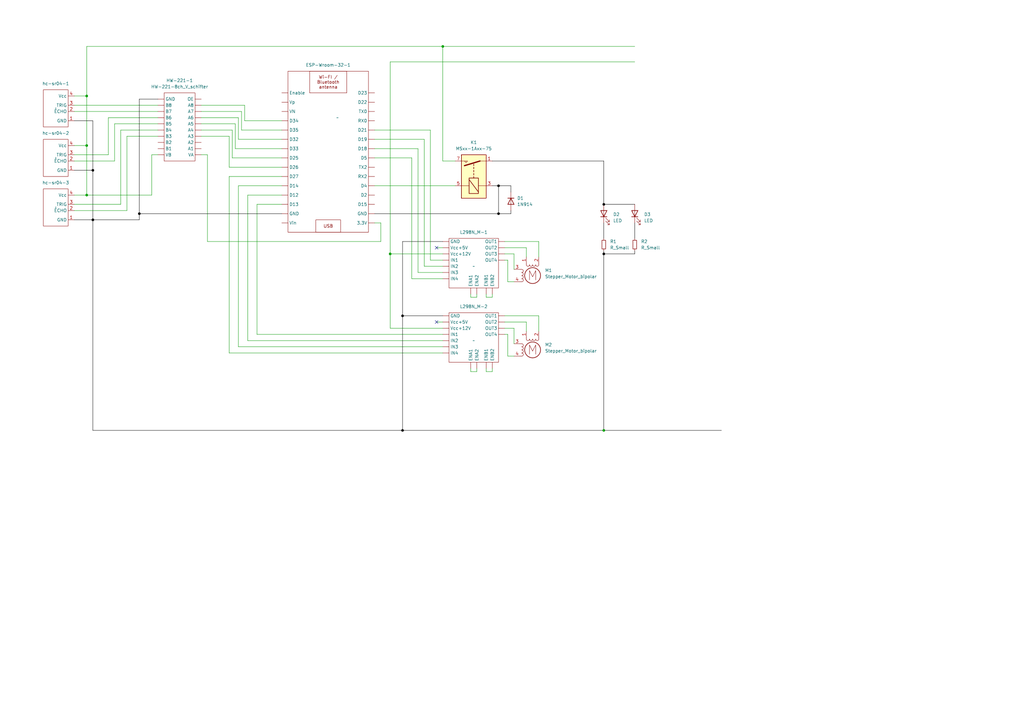
<source format=kicad_sch>
(kicad_sch (version 20230121) (generator eeschema)

  (uuid a64ee574-e6e6-447b-a8b2-146e5c717487)

  (paper "A3")

  (lib_symbols
    (symbol "Biblioteka_do_inz:Board_ESP-Wroom-32" (in_bom yes) (on_board yes)
      (property "Reference" "ESP-Wroom-32-" (at 0 1.27 90)
        (effects (font (size 1.27 1.27)))
      )
      (property "Value" "" (at 3.81 13.97 0)
        (effects (font (size 1.27 1.27)))
      )
      (property "Footprint" "" (at 3.81 13.97 0)
        (effects (font (size 1.27 1.27)) hide)
      )
      (property "Datasheet" "" (at 3.81 13.97 0)
        (effects (font (size 1.27 1.27)) hide)
      )
      (symbol "Board_ESP-Wroom-32_0_1"
        (rectangle (start -16.51 33.02) (end 16.51 -33.02)
          (stroke (width 0) (type default))
          (fill (type none))
        )
      )
      (symbol "Board_ESP-Wroom-32_1_1"
        (text_box "USB"
          (at -5.08 -27.94 0) (size 10.16 -5.08)
          (stroke (width 0) (type default))
          (fill (type none))
          (effects (font (size 1.27 1.27)))
        )
        (text_box "Wi-FI / Bluetooth\nantenna"
          (at -7.62 33.02 0) (size 15.24 -8.89)
          (stroke (width 0) (type default))
          (fill (type none))
          (effects (font (size 1.27 1.27)))
        )
        (pin output line (at 19.05 -29.21 180) (length 2.54)
          (name "3.3V" (effects (font (size 1.27 1.27))))
          (number "" (effects (font (size 1.27 1.27))))
        )
        (pin bidirectional line (at -19.05 -17.78 0) (length 2.54)
          (name "D12" (effects (font (size 1.27 1.27))))
          (number "" (effects (font (size 1.27 1.27))))
        )
        (pin bidirectional line (at -19.05 -21.59 0) (length 2.54)
          (name "D13" (effects (font (size 1.27 1.27))))
          (number "" (effects (font (size 1.27 1.27))))
        )
        (pin bidirectional line (at -19.05 -13.97 0) (length 2.54)
          (name "D14" (effects (font (size 1.27 1.27))))
          (number "" (effects (font (size 1.27 1.27))))
        )
        (pin bidirectional line (at 19.05 -21.59 180) (length 2.54)
          (name "D15" (effects (font (size 1.27 1.27))))
          (number "" (effects (font (size 1.27 1.27))))
        )
        (pin bidirectional line (at 19.05 1.27 180) (length 2.54)
          (name "D18" (effects (font (size 1.27 1.27))))
          (number "" (effects (font (size 1.27 1.27))))
        )
        (pin bidirectional line (at 19.05 5.08 180) (length 2.54)
          (name "D19" (effects (font (size 1.27 1.27))))
          (number "" (effects (font (size 1.27 1.27))))
        )
        (pin bidirectional line (at 19.05 -17.78 180) (length 2.54)
          (name "D2" (effects (font (size 1.27 1.27))))
          (number "" (effects (font (size 1.27 1.27))))
        )
        (pin bidirectional line (at 19.05 8.89 180) (length 2.54)
          (name "D21" (effects (font (size 1.27 1.27))))
          (number "" (effects (font (size 1.27 1.27))))
        )
        (pin bidirectional line (at 19.05 20.32 180) (length 2.54)
          (name "D22" (effects (font (size 1.27 1.27))))
          (number "" (effects (font (size 1.27 1.27))))
        )
        (pin bidirectional line (at 19.05 24.13 180) (length 2.54)
          (name "D23" (effects (font (size 1.27 1.27))))
          (number "" (effects (font (size 1.27 1.27))))
        )
        (pin bidirectional line (at -19.05 -2.54 0) (length 2.54)
          (name "D25" (effects (font (size 1.27 1.27))))
          (number "" (effects (font (size 1.27 1.27))))
        )
        (pin bidirectional line (at -19.05 -6.35 0) (length 2.54)
          (name "D26" (effects (font (size 1.27 1.27))))
          (number "" (effects (font (size 1.27 1.27))))
        )
        (pin bidirectional line (at -19.05 -10.16 0) (length 2.54)
          (name "D27" (effects (font (size 1.27 1.27))))
          (number "" (effects (font (size 1.27 1.27))))
        )
        (pin bidirectional line (at -19.05 5.08 0) (length 2.54)
          (name "D32" (effects (font (size 1.27 1.27))))
          (number "" (effects (font (size 1.27 1.27))))
        )
        (pin bidirectional line (at -19.05 1.27 0) (length 2.54)
          (name "D33" (effects (font (size 1.27 1.27))))
          (number "" (effects (font (size 1.27 1.27))))
        )
        (pin bidirectional line (at -19.05 12.7 0) (length 2.54)
          (name "D34" (effects (font (size 1.27 1.27))))
          (number "" (effects (font (size 1.27 1.27))))
        )
        (pin bidirectional line (at -19.05 8.89 0) (length 2.54)
          (name "D35" (effects (font (size 1.27 1.27))))
          (number "" (effects (font (size 1.27 1.27))))
        )
        (pin bidirectional line (at 19.05 -13.97 180) (length 2.54)
          (name "D4" (effects (font (size 1.27 1.27))))
          (number "" (effects (font (size 1.27 1.27))))
        )
        (pin bidirectional line (at 19.05 -2.54 180) (length 2.54)
          (name "D5" (effects (font (size 1.27 1.27))))
          (number "" (effects (font (size 1.27 1.27))))
        )
        (pin input line (at -19.05 24.13 0) (length 2.54)
          (name "Enable" (effects (font (size 1.27 1.27))))
          (number "" (effects (font (size 1.27 1.27))))
        )
        (pin power_in line (at -19.05 -25.4 0) (length 2.54)
          (name "GND" (effects (font (size 1.27 1.27))))
          (number "" (effects (font (size 1.27 1.27))))
        )
        (pin power_in line (at 19.05 -25.4 180) (length 2.54)
          (name "GND" (effects (font (size 1.27 1.27))))
          (number "" (effects (font (size 1.27 1.27))))
        )
        (pin bidirectional line (at 19.05 12.7 180) (length 2.54)
          (name "RX0" (effects (font (size 1.27 1.27))))
          (number "" (effects (font (size 1.27 1.27))))
        )
        (pin bidirectional line (at 19.05 -10.16 180) (length 2.54)
          (name "RX2" (effects (font (size 1.27 1.27))))
          (number "" (effects (font (size 1.27 1.27))))
        )
        (pin bidirectional line (at 19.05 16.51 180) (length 2.54)
          (name "TX0" (effects (font (size 1.27 1.27))))
          (number "" (effects (font (size 1.27 1.27))))
        )
        (pin bidirectional line (at 19.05 -6.35 180) (length 2.54)
          (name "TX2" (effects (font (size 1.27 1.27))))
          (number "" (effects (font (size 1.27 1.27))))
        )
        (pin bidirectional line (at -19.05 16.51 0) (length 2.54)
          (name "VN" (effects (font (size 1.27 1.27))))
          (number "" (effects (font (size 1.27 1.27))))
        )
        (pin power_in line (at -19.05 -29.21 0) (length 2.54)
          (name "Vin" (effects (font (size 1.27 1.27))))
          (number "" (effects (font (size 1.27 1.27))))
        )
        (pin bidirectional line (at -19.05 20.32 0) (length 2.54)
          (name "Vp" (effects (font (size 1.27 1.27))))
          (number "" (effects (font (size 1.27 1.27))))
        )
      )
    )
    (symbol "Biblioteka_do_inz:HC-SR04_sensor" (in_bom yes) (on_board yes)
      (property "Reference" "hc-sr04-" (at 0 2.54 0)
        (effects (font (size 1.27 1.27)))
      )
      (property "Value" "" (at 0 0 0)
        (effects (font (size 1.27 1.27)))
      )
      (property "Footprint" "" (at 0 0 0)
        (effects (font (size 1.27 1.27)) hide)
      )
      (property "Datasheet" "" (at 0 0 0)
        (effects (font (size 1.27 1.27)) hide)
      )
      (symbol "HC-SR04_sensor_0_1"
        (rectangle (start -7.62 5.08) (end 7.62 -5.08)
          (stroke (width 0) (type default))
          (fill (type none))
        )
      )
      (symbol "HC-SR04_sensor_1_1"
        (pin power_in line (at -5.08 -7.62 90) (length 2.54)
          (name "GND" (effects (font (size 1.27 1.27))))
          (number "1" (effects (font (size 1.27 1.27))))
        )
        (pin output line (at -1.27 -7.62 90) (length 2.54)
          (name "ECHO" (effects (font (size 1.27 1.27))))
          (number "2" (effects (font (size 1.27 1.27))))
        )
        (pin input line (at 1.27 -7.62 90) (length 2.54)
          (name "TRIG" (effects (font (size 1.27 1.27))))
          (number "3" (effects (font (size 1.27 1.27))))
        )
        (pin power_in line (at 5.08 -7.62 90) (length 2.54)
          (name "Vcc" (effects (font (size 1.27 1.27))))
          (number "4" (effects (font (size 1.27 1.27))))
        )
      )
    )
    (symbol "Biblioteka_do_inz:HW-221-8ch_V_schifter" (in_bom yes) (on_board yes)
      (property "Reference" "HW-221-" (at 0 15.24 0)
        (effects (font (size 1.27 1.27)))
      )
      (property "Value" "HW-221-8ch_V_schifter" (at 0 0 90)
        (effects (font (size 1.27 1.27)))
      )
      (property "Footprint" "" (at 0 -2.54 0)
        (effects (font (size 1.27 1.27)) hide)
      )
      (property "Datasheet" "" (at 0 -2.54 0)
        (effects (font (size 1.27 1.27)) hide)
      )
      (symbol "HW-221-8ch_V_schifter_0_1"
        (rectangle (start -6.35 13.97) (end 6.35 -13.97)
          (stroke (width 0) (type default))
          (fill (type none))
        )
      )
      (symbol "HW-221-8ch_V_schifter_1_1"
        (pin bidirectional line (at -8.89 8.89 0) (length 2.54)
          (name "A1" (effects (font (size 1.27 1.27))))
          (number "" (effects (font (size 1.27 1.27))))
        )
        (pin bidirectional line (at -8.89 6.35 0) (length 2.54)
          (name "A2" (effects (font (size 1.27 1.27))))
          (number "" (effects (font (size 1.27 1.27))))
        )
        (pin bidirectional line (at -8.89 3.81 0) (length 2.54)
          (name "A3" (effects (font (size 1.27 1.27))))
          (number "" (effects (font (size 1.27 1.27))))
        )
        (pin bidirectional line (at -8.89 1.27 0) (length 2.54)
          (name "A4" (effects (font (size 1.27 1.27))))
          (number "" (effects (font (size 1.27 1.27))))
        )
        (pin bidirectional line (at -8.89 -1.27 0) (length 2.54)
          (name "A5" (effects (font (size 1.27 1.27))))
          (number "" (effects (font (size 1.27 1.27))))
        )
        (pin bidirectional line (at -8.89 -3.81 0) (length 2.54)
          (name "A6" (effects (font (size 1.27 1.27))))
          (number "" (effects (font (size 1.27 1.27))))
        )
        (pin bidirectional line (at -8.89 -6.35 0) (length 2.54)
          (name "A7" (effects (font (size 1.27 1.27))))
          (number "" (effects (font (size 1.27 1.27))))
        )
        (pin bidirectional line (at -8.89 -8.89 0) (length 2.54)
          (name "A8" (effects (font (size 1.27 1.27))))
          (number "" (effects (font (size 1.27 1.27))))
        )
        (pin bidirectional line (at 8.89 8.89 180) (length 2.54)
          (name "B1" (effects (font (size 1.27 1.27))))
          (number "" (effects (font (size 1.27 1.27))))
        )
        (pin bidirectional line (at 8.89 6.35 180) (length 2.54)
          (name "B2" (effects (font (size 1.27 1.27))))
          (number "" (effects (font (size 1.27 1.27))))
        )
        (pin bidirectional line (at 8.89 3.81 180) (length 2.54)
          (name "B3" (effects (font (size 1.27 1.27))))
          (number "" (effects (font (size 1.27 1.27))))
        )
        (pin bidirectional line (at 8.89 1.27 180) (length 2.54)
          (name "B4" (effects (font (size 1.27 1.27))))
          (number "" (effects (font (size 1.27 1.27))))
        )
        (pin bidirectional line (at 8.89 -1.27 180) (length 2.54)
          (name "B5" (effects (font (size 1.27 1.27))))
          (number "" (effects (font (size 1.27 1.27))))
        )
        (pin bidirectional line (at 8.89 -3.81 180) (length 2.54)
          (name "B6" (effects (font (size 1.27 1.27))))
          (number "" (effects (font (size 1.27 1.27))))
        )
        (pin bidirectional line (at 8.89 -6.35 180) (length 2.54)
          (name "B7" (effects (font (size 1.27 1.27))))
          (number "" (effects (font (size 1.27 1.27))))
        )
        (pin bidirectional line (at 8.89 -8.89 180) (length 2.54)
          (name "B8" (effects (font (size 1.27 1.27))))
          (number "" (effects (font (size 1.27 1.27))))
        )
        (pin bidirectional line (at 8.89 -11.43 180) (length 2.54)
          (name "GND" (effects (font (size 1.27 1.27))))
          (number "" (effects (font (size 1.27 1.27))))
        )
        (pin bidirectional line (at -8.89 -11.43 0) (length 2.54)
          (name "OE" (effects (font (size 1.27 1.27))))
          (number "" (effects (font (size 1.27 1.27))))
        )
        (pin bidirectional line (at -8.89 11.43 0) (length 2.54)
          (name "VA" (effects (font (size 1.27 1.27))))
          (number "" (effects (font (size 1.27 1.27))))
        )
        (pin bidirectional line (at 8.89 11.43 180) (length 2.54)
          (name "VB" (effects (font (size 1.27 1.27))))
          (number "" (effects (font (size 1.27 1.27))))
        )
      )
    )
    (symbol "Biblioteka_do_inz:L298N_MD_Module" (in_bom yes) (on_board yes)
      (property "Reference" "L298N_M-" (at 0 12.7 0)
        (effects (font (size 1.27 1.27)))
      )
      (property "Value" "" (at 0 0 0)
        (effects (font (size 1.27 1.27)))
      )
      (property "Footprint" "" (at 0 0 0)
        (effects (font (size 1.27 1.27)) hide)
      )
      (property "Datasheet" "" (at 0 0 0)
        (effects (font (size 1.27 1.27)) hide)
      )
      (symbol "L298N_MD_Module_0_1"
        (rectangle (start -10.16 11.43) (end 10.16 -8.89)
          (stroke (width 0) (type default))
          (fill (type none))
        )
      )
      (symbol "L298N_MD_Module_1_1"
        (pin input line (at -1.27 -11.43 90) (length 2.54)
          (name "ENA1" (effects (font (size 1.27 1.27))))
          (number "" (effects (font (size 1.27 1.27))))
        )
        (pin input line (at 1.27 -11.43 90) (length 2.54)
          (name "ENA2" (effects (font (size 1.27 1.27))))
          (number "" (effects (font (size 1.27 1.27))))
        )
        (pin input line (at 5.08 -11.43 90) (length 2.54)
          (name "ENB1" (effects (font (size 1.27 1.27))))
          (number "" (effects (font (size 1.27 1.27))))
        )
        (pin input line (at 7.62 -11.43 90) (length 2.54)
          (name "ENB2" (effects (font (size 1.27 1.27))))
          (number "" (effects (font (size 1.27 1.27))))
        )
        (pin power_in line (at -12.7 10.16 0) (length 2.54)
          (name "GND" (effects (font (size 1.27 1.27))))
          (number "" (effects (font (size 1.27 1.27))))
        )
        (pin input line (at -12.7 2.54 0) (length 2.54)
          (name "IN1" (effects (font (size 1.27 1.27))))
          (number "" (effects (font (size 1.27 1.27))))
        )
        (pin input line (at -12.7 0 0) (length 2.54)
          (name "IN2" (effects (font (size 1.27 1.27))))
          (number "" (effects (font (size 1.27 1.27))))
        )
        (pin input line (at -12.7 -2.54 0) (length 2.54)
          (name "IN3" (effects (font (size 1.27 1.27))))
          (number "" (effects (font (size 1.27 1.27))))
        )
        (pin input line (at -12.7 -5.08 0) (length 2.54)
          (name "IN4" (effects (font (size 1.27 1.27))))
          (number "" (effects (font (size 1.27 1.27))))
        )
        (pin output line (at 12.7 10.16 180) (length 2.54)
          (name "OUT1" (effects (font (size 1.27 1.27))))
          (number "" (effects (font (size 1.27 1.27))))
        )
        (pin output line (at 12.7 7.62 180) (length 2.54)
          (name "OUT2" (effects (font (size 1.27 1.27))))
          (number "" (effects (font (size 1.27 1.27))))
        )
        (pin output line (at 12.7 5.08 180) (length 2.54)
          (name "OUT3" (effects (font (size 1.27 1.27))))
          (number "" (effects (font (size 1.27 1.27))))
        )
        (pin output line (at 12.7 2.54 180) (length 2.54)
          (name "OUT4" (effects (font (size 1.27 1.27))))
          (number "" (effects (font (size 1.27 1.27))))
        )
        (pin power_in line (at -12.7 5.08 0) (length 2.54)
          (name "Vcc+12V" (effects (font (size 1.27 1.27))))
          (number "" (effects (font (size 1.27 1.27))))
        )
        (pin power_in line (at -12.7 7.62 0) (length 2.54)
          (name "Vcc+5V" (effects (font (size 1.27 1.27))))
          (number "" (effects (font (size 1.27 1.27))))
        )
      )
    )
    (symbol "Device:LED" (pin_numbers hide) (pin_names (offset 1.016) hide) (in_bom yes) (on_board yes)
      (property "Reference" "D" (at 0 2.54 0)
        (effects (font (size 1.27 1.27)))
      )
      (property "Value" "LED" (at 0 -2.54 0)
        (effects (font (size 1.27 1.27)))
      )
      (property "Footprint" "" (at 0 0 0)
        (effects (font (size 1.27 1.27)) hide)
      )
      (property "Datasheet" "~" (at 0 0 0)
        (effects (font (size 1.27 1.27)) hide)
      )
      (property "ki_keywords" "LED diode" (at 0 0 0)
        (effects (font (size 1.27 1.27)) hide)
      )
      (property "ki_description" "Light emitting diode" (at 0 0 0)
        (effects (font (size 1.27 1.27)) hide)
      )
      (property "ki_fp_filters" "LED* LED_SMD:* LED_THT:*" (at 0 0 0)
        (effects (font (size 1.27 1.27)) hide)
      )
      (symbol "LED_0_1"
        (polyline
          (pts
            (xy -1.27 -1.27)
            (xy -1.27 1.27)
          )
          (stroke (width 0.254) (type default))
          (fill (type none))
        )
        (polyline
          (pts
            (xy -1.27 0)
            (xy 1.27 0)
          )
          (stroke (width 0) (type default))
          (fill (type none))
        )
        (polyline
          (pts
            (xy 1.27 -1.27)
            (xy 1.27 1.27)
            (xy -1.27 0)
            (xy 1.27 -1.27)
          )
          (stroke (width 0.254) (type default))
          (fill (type none))
        )
        (polyline
          (pts
            (xy -3.048 -0.762)
            (xy -4.572 -2.286)
            (xy -3.81 -2.286)
            (xy -4.572 -2.286)
            (xy -4.572 -1.524)
          )
          (stroke (width 0) (type default))
          (fill (type none))
        )
        (polyline
          (pts
            (xy -1.778 -0.762)
            (xy -3.302 -2.286)
            (xy -2.54 -2.286)
            (xy -3.302 -2.286)
            (xy -3.302 -1.524)
          )
          (stroke (width 0) (type default))
          (fill (type none))
        )
      )
      (symbol "LED_1_1"
        (pin passive line (at -3.81 0 0) (length 2.54)
          (name "K" (effects (font (size 1.27 1.27))))
          (number "1" (effects (font (size 1.27 1.27))))
        )
        (pin passive line (at 3.81 0 180) (length 2.54)
          (name "A" (effects (font (size 1.27 1.27))))
          (number "2" (effects (font (size 1.27 1.27))))
        )
      )
    )
    (symbol "Device:R_Small" (pin_numbers hide) (pin_names (offset 0.254) hide) (in_bom yes) (on_board yes)
      (property "Reference" "R" (at 0.762 0.508 0)
        (effects (font (size 1.27 1.27)) (justify left))
      )
      (property "Value" "R_Small" (at 0.762 -1.016 0)
        (effects (font (size 1.27 1.27)) (justify left))
      )
      (property "Footprint" "" (at 0 0 0)
        (effects (font (size 1.27 1.27)) hide)
      )
      (property "Datasheet" "~" (at 0 0 0)
        (effects (font (size 1.27 1.27)) hide)
      )
      (property "ki_keywords" "R resistor" (at 0 0 0)
        (effects (font (size 1.27 1.27)) hide)
      )
      (property "ki_description" "Resistor, small symbol" (at 0 0 0)
        (effects (font (size 1.27 1.27)) hide)
      )
      (property "ki_fp_filters" "R_*" (at 0 0 0)
        (effects (font (size 1.27 1.27)) hide)
      )
      (symbol "R_Small_0_1"
        (rectangle (start -0.762 1.778) (end 0.762 -1.778)
          (stroke (width 0.2032) (type default))
          (fill (type none))
        )
      )
      (symbol "R_Small_1_1"
        (pin passive line (at 0 2.54 270) (length 0.762)
          (name "~" (effects (font (size 1.27 1.27))))
          (number "1" (effects (font (size 1.27 1.27))))
        )
        (pin passive line (at 0 -2.54 90) (length 0.762)
          (name "~" (effects (font (size 1.27 1.27))))
          (number "2" (effects (font (size 1.27 1.27))))
        )
      )
    )
    (symbol "Diode:1N914" (pin_numbers hide) (pin_names hide) (in_bom yes) (on_board yes)
      (property "Reference" "D" (at 0 2.54 0)
        (effects (font (size 1.27 1.27)))
      )
      (property "Value" "1N914" (at 0 -2.54 0)
        (effects (font (size 1.27 1.27)))
      )
      (property "Footprint" "Diode_THT:D_DO-35_SOD27_P7.62mm_Horizontal" (at 0 -4.445 0)
        (effects (font (size 1.27 1.27)) hide)
      )
      (property "Datasheet" "http://www.vishay.com/docs/85622/1n914.pdf" (at 0 0 0)
        (effects (font (size 1.27 1.27)) hide)
      )
      (property "Sim.Device" "D" (at 0 0 0)
        (effects (font (size 1.27 1.27)) hide)
      )
      (property "Sim.Pins" "1=K 2=A" (at 0 0 0)
        (effects (font (size 1.27 1.27)) hide)
      )
      (property "ki_keywords" "diode" (at 0 0 0)
        (effects (font (size 1.27 1.27)) hide)
      )
      (property "ki_description" "100V 0.3A Small Signal Fast Switching Diode, DO-35" (at 0 0 0)
        (effects (font (size 1.27 1.27)) hide)
      )
      (property "ki_fp_filters" "D*DO?35*" (at 0 0 0)
        (effects (font (size 1.27 1.27)) hide)
      )
      (symbol "1N914_0_1"
        (polyline
          (pts
            (xy -1.27 1.27)
            (xy -1.27 -1.27)
          )
          (stroke (width 0.254) (type default))
          (fill (type none))
        )
        (polyline
          (pts
            (xy 1.27 0)
            (xy -1.27 0)
          )
          (stroke (width 0) (type default))
          (fill (type none))
        )
        (polyline
          (pts
            (xy 1.27 1.27)
            (xy 1.27 -1.27)
            (xy -1.27 0)
            (xy 1.27 1.27)
          )
          (stroke (width 0.254) (type default))
          (fill (type none))
        )
      )
      (symbol "1N914_1_1"
        (pin passive line (at -3.81 0 0) (length 2.54)
          (name "K" (effects (font (size 1.27 1.27))))
          (number "1" (effects (font (size 1.27 1.27))))
        )
        (pin passive line (at 3.81 0 180) (length 2.54)
          (name "A" (effects (font (size 1.27 1.27))))
          (number "2" (effects (font (size 1.27 1.27))))
        )
      )
    )
    (symbol "Motor:Stepper_Motor_bipolar" (pin_names (offset 0) hide) (in_bom yes) (on_board yes)
      (property "Reference" "M" (at 3.81 2.54 0)
        (effects (font (size 1.27 1.27)) (justify left))
      )
      (property "Value" "Stepper_Motor_bipolar" (at 3.81 1.27 0)
        (effects (font (size 1.27 1.27)) (justify left top))
      )
      (property "Footprint" "" (at 0.254 -0.254 0)
        (effects (font (size 1.27 1.27)) hide)
      )
      (property "Datasheet" "http://www.infineon.com/dgdl/Application-Note-TLE8110EE_driving_UniPolarStepperMotor_V1.1.pdf?fileId=db3a30431be39b97011be5d0aa0a00b0" (at 0.254 -0.254 0)
        (effects (font (size 1.27 1.27)) hide)
      )
      (property "ki_keywords" "bipolar stepper motor" (at 0 0 0)
        (effects (font (size 1.27 1.27)) hide)
      )
      (property "ki_description" "4-wire bipolar stepper motor" (at 0 0 0)
        (effects (font (size 1.27 1.27)) hide)
      )
      (property "ki_fp_filters" "PinHeader*P2.54mm*Vertical* TerminalBlock* Motor*" (at 0 0 0)
        (effects (font (size 1.27 1.27)) hide)
      )
      (symbol "Stepper_Motor_bipolar_0_0"
        (polyline
          (pts
            (xy -1.27 -1.778)
            (xy -1.27 2.032)
            (xy 0 -0.508)
            (xy 1.27 2.032)
            (xy 1.27 -1.778)
          )
          (stroke (width 0) (type default))
          (fill (type none))
        )
      )
      (symbol "Stepper_Motor_bipolar_0_1"
        (arc (start -4.445 -2.54) (mid -3.8127 -1.905) (end -4.445 -1.27)
          (stroke (width 0) (type default))
          (fill (type none))
        )
        (arc (start -4.445 -1.27) (mid -3.8127 -0.635) (end -4.445 0)
          (stroke (width 0) (type default))
          (fill (type none))
        )
        (arc (start -4.445 0) (mid -3.8127 0.635) (end -4.445 1.27)
          (stroke (width 0) (type default))
          (fill (type none))
        )
        (arc (start -4.445 1.27) (mid -3.8127 1.905) (end -4.445 2.54)
          (stroke (width 0) (type default))
          (fill (type none))
        )
        (arc (start -2.54 4.445) (mid -1.905 3.8127) (end -1.27 4.445)
          (stroke (width 0) (type default))
          (fill (type none))
        )
        (arc (start -1.27 4.445) (mid -0.635 3.8127) (end 0 4.445)
          (stroke (width 0) (type default))
          (fill (type none))
        )
        (polyline
          (pts
            (xy -5.08 -2.54)
            (xy -4.445 -2.54)
          )
          (stroke (width 0) (type default))
          (fill (type none))
        )
        (polyline
          (pts
            (xy -5.08 2.54)
            (xy -4.445 2.54)
          )
          (stroke (width 0) (type default))
          (fill (type none))
        )
        (polyline
          (pts
            (xy -2.54 5.08)
            (xy -2.54 4.445)
          )
          (stroke (width 0) (type default))
          (fill (type none))
        )
        (polyline
          (pts
            (xy 2.54 5.08)
            (xy 2.54 4.445)
          )
          (stroke (width 0) (type default))
          (fill (type none))
        )
        (circle (center 0 0) (radius 3.2512)
          (stroke (width 0.254) (type default))
          (fill (type none))
        )
        (arc (start 0 4.445) (mid 0.635 3.8127) (end 1.27 4.445)
          (stroke (width 0) (type default))
          (fill (type none))
        )
        (arc (start 1.27 4.445) (mid 1.905 3.8127) (end 2.54 4.445)
          (stroke (width 0) (type default))
          (fill (type none))
        )
      )
      (symbol "Stepper_Motor_bipolar_1_1"
        (pin passive line (at -2.54 7.62 270) (length 2.54)
          (name "~" (effects (font (size 1.27 1.27))))
          (number "1" (effects (font (size 1.27 1.27))))
        )
        (pin passive line (at 2.54 7.62 270) (length 2.54)
          (name "-" (effects (font (size 1.27 1.27))))
          (number "2" (effects (font (size 1.27 1.27))))
        )
        (pin passive line (at -7.62 2.54 0) (length 2.54)
          (name "~" (effects (font (size 1.27 1.27))))
          (number "3" (effects (font (size 1.27 1.27))))
        )
        (pin passive line (at -7.62 -2.54 0) (length 2.54)
          (name "~" (effects (font (size 1.27 1.27))))
          (number "4" (effects (font (size 1.27 1.27))))
        )
      )
    )
    (symbol "Relay:MSxx-1Axx-75" (in_bom yes) (on_board yes)
      (property "Reference" "K" (at 8.89 3.81 0)
        (effects (font (size 1.27 1.27)) (justify left))
      )
      (property "Value" "MSxx-1Axx-75" (at 8.89 1.27 0)
        (effects (font (size 1.27 1.27)) (justify left))
      )
      (property "Footprint" "Relay_THT:Relay_SPST_StandexMeder_MS_Form1AB" (at 8.89 -1.27 0)
        (effects (font (size 1.27 1.27)) (justify left) hide)
      )
      (property "Datasheet" "https://standexelectronics.com/wp-content/uploads/datasheets/42/4205187975e.pdf" (at 0 0 0)
        (effects (font (size 1.27 1.27)) hide)
      )
      (property "ki_keywords" "Single Pole Reed Relay SPST" (at 0 0 0)
        (effects (font (size 1.27 1.27)) hide)
      )
      (property "ki_description" "Standex Meder MS reed relay, SPST, Closing Contact" (at 0 0 0)
        (effects (font (size 1.27 1.27)) hide)
      )
      (property "ki_fp_filters" "Relay*SPST*StandexMeder*MS*Form1AB*" (at 0 0 0)
        (effects (font (size 1.27 1.27)) hide)
      )
      (symbol "MSxx-1Axx-75_0_0"
        (polyline
          (pts
            (xy 5.08 5.08)
            (xy 5.08 2.54)
            (xy 4.445 3.175)
            (xy 5.08 3.81)
          )
          (stroke (width 0) (type default))
          (fill (type none))
        )
      )
      (symbol "MSxx-1Axx-75_0_1"
        (rectangle (start -10.16 5.08) (end 7.62 -5.08)
          (stroke (width 0.254) (type default))
          (fill (type background))
        )
        (rectangle (start -8.255 1.905) (end -1.905 -1.905)
          (stroke (width 0.254) (type default))
          (fill (type none))
        )
        (polyline
          (pts
            (xy -7.62 -1.905)
            (xy -2.54 1.905)
          )
          (stroke (width 0.254) (type default))
          (fill (type none))
        )
        (polyline
          (pts
            (xy -5.08 -5.08)
            (xy -5.08 -1.905)
          )
          (stroke (width 0) (type default))
          (fill (type none))
        )
        (polyline
          (pts
            (xy -5.08 5.08)
            (xy -5.08 1.905)
          )
          (stroke (width 0) (type default))
          (fill (type none))
        )
        (polyline
          (pts
            (xy -1.905 0)
            (xy -1.27 0)
          )
          (stroke (width 0.254) (type default))
          (fill (type none))
        )
        (polyline
          (pts
            (xy -0.635 0)
            (xy 0 0)
          )
          (stroke (width 0.254) (type default))
          (fill (type none))
        )
        (polyline
          (pts
            (xy 0.635 0)
            (xy 1.27 0)
          )
          (stroke (width 0.254) (type default))
          (fill (type none))
        )
        (polyline
          (pts
            (xy 1.905 0)
            (xy 2.54 0)
          )
          (stroke (width 0.254) (type default))
          (fill (type none))
        )
        (polyline
          (pts
            (xy 3.175 0)
            (xy 3.81 0)
          )
          (stroke (width 0.254) (type default))
          (fill (type none))
        )
        (polyline
          (pts
            (xy 5.08 -2.54)
            (xy 3.175 3.81)
          )
          (stroke (width 0.508) (type default))
          (fill (type none))
        )
        (polyline
          (pts
            (xy 5.08 -2.54)
            (xy 5.08 -5.08)
          )
          (stroke (width 0) (type default))
          (fill (type none))
        )
      )
      (symbol "MSxx-1Axx-75_1_1"
        (pin passive line (at 5.08 -7.62 90) (length 2.54)
          (name "~" (effects (font (size 1.27 1.27))))
          (number "1" (effects (font (size 1.27 1.27))))
        )
        (pin passive line (at -5.08 -7.62 90) (length 2.54)
          (name "~" (effects (font (size 1.27 1.27))))
          (number "3" (effects (font (size 1.27 1.27))))
        )
        (pin passive line (at -5.08 7.62 270) (length 2.54)
          (name "~" (effects (font (size 1.27 1.27))))
          (number "5" (effects (font (size 1.27 1.27))))
        )
        (pin passive line (at 5.08 7.62 270) (length 2.54)
          (name "~" (effects (font (size 1.27 1.27))))
          (number "7" (effects (font (size 1.27 1.27))))
        )
      )
    )
  )

  (junction (at 35.56 59.69) (diameter 0) (color 0 0 0 0)
    (uuid 034c5a14-ee23-41e1-bc82-da78989389e2)
  )
  (junction (at 204.47 87.63) (diameter 0) (color 0 0 0 1)
    (uuid 0fdfca1a-05f8-415c-a3ce-b4b8414669d0)
  )
  (junction (at 160.02 104.14) (diameter 0) (color 0 0 0 0)
    (uuid 1d233807-06fb-4160-9459-1882d81c9ad0)
  )
  (junction (at 57.15 87.63) (diameter 0) (color 0 0 0 1)
    (uuid 273a87ae-4e1a-4bb3-afba-cabc063bbfd2)
  )
  (junction (at 247.65 83.82) (diameter 0) (color 0 0 0 1)
    (uuid 273acbb2-d884-4e50-9c90-1f7899b51dab)
  )
  (junction (at 247.65 176.53) (diameter 0) (color 0 0 0 0)
    (uuid 37ceaf6d-d240-478b-84f1-dfc427a84ca0)
  )
  (junction (at 181.61 19.05) (diameter 0) (color 0 0 0 0)
    (uuid 59b26a11-85cc-48b3-929d-5762ed961606)
  )
  (junction (at 35.56 80.01) (diameter 0) (color 0 0 0 0)
    (uuid a6c3f6ca-6c5f-4260-ae5b-de5e119abf40)
  )
  (junction (at 204.47 76.2) (diameter 0) (color 0 0 0 1)
    (uuid ae923b05-f4a5-4b16-92c3-c023640b143c)
  )
  (junction (at 165.1 176.53) (diameter 0) (color 0 0 0 1)
    (uuid bbcdd91e-66b6-4964-81fe-a4f9d649b9de)
  )
  (junction (at 38.1 90.17) (diameter 0) (color 0 0 0 1)
    (uuid ce3a1b73-b018-4191-b48b-67836c99c6ed)
  )
  (junction (at 38.1 69.85) (diameter 0) (color 0 0 0 1)
    (uuid d819c24d-9890-4937-a872-ade5962602a8)
  )
  (junction (at 165.1 129.54) (diameter 0) (color 0 0 0 1)
    (uuid e54717e0-2ed8-4671-8a4c-a300ecc94184)
  )
  (junction (at 35.56 39.37) (diameter 0) (color 0 0 0 0)
    (uuid e5a018cb-b519-416e-9cb1-a0fefa3c1837)
  )
  (junction (at 247.65 104.14) (diameter 0) (color 0 0 0 1)
    (uuid e87ce8df-23e2-44b5-822a-b61cc8c25ba2)
  )

  (no_connect (at 179.07 101.6) (uuid 4f40b361-bc5b-4533-bff0-1782ff5cf8dd))
  (no_connect (at 179.07 132.08) (uuid 616db1b1-b146-403d-b6de-f0da16f58cf4))

  (wire (pts (xy 215.9 132.08) (xy 215.9 135.89))
    (stroke (width 0) (type default))
    (uuid 009257f6-f4c8-4d00-9dd0-e8739ba3f00a)
  )
  (wire (pts (xy 176.53 106.68) (xy 176.53 53.34))
    (stroke (width 0) (type default))
    (uuid 00ac808c-0ca1-4539-8ad8-876e7b58e4db)
  )
  (wire (pts (xy 209.55 87.63) (xy 204.47 87.63))
    (stroke (width 0) (type default) (color 0 0 0 1))
    (uuid 0149b356-2ca6-49ac-b258-112d108fb096)
  )
  (wire (pts (xy 30.48 90.17) (xy 38.1 90.17))
    (stroke (width 0) (type default) (color 0 0 0 1))
    (uuid 03284e6d-928b-41ad-99d4-5df25a3170eb)
  )
  (wire (pts (xy 176.53 53.34) (xy 153.67 53.34))
    (stroke (width 0) (type default))
    (uuid 032a96e1-6fd2-43bf-8537-3f2220828f20)
  )
  (wire (pts (xy 153.67 91.44) (xy 156.21 91.44))
    (stroke (width 0) (type default))
    (uuid 03ad4f18-08c2-4d53-9ccb-7fa23eefd94c)
  )
  (wire (pts (xy 165.1 176.53) (xy 247.65 176.53))
    (stroke (width 0) (type default) (color 0 0 0 1))
    (uuid 041cd9e1-06be-4150-a0f8-2d90ee2a6886)
  )
  (wire (pts (xy 160.02 25.4) (xy 260.35 25.4))
    (stroke (width 0) (type default))
    (uuid 05487600-2e14-405c-99fc-54717e5e0f0c)
  )
  (wire (pts (xy 105.41 83.82) (xy 105.41 137.16))
    (stroke (width 0) (type default))
    (uuid 08b0b459-03ea-4823-9fda-8a306afee8a2)
  )
  (wire (pts (xy 44.45 48.26) (xy 64.77 48.26))
    (stroke (width 0) (type default))
    (uuid 0c15aee5-cab6-4035-a951-06dd494b638f)
  )
  (wire (pts (xy 35.56 39.37) (xy 35.56 59.69))
    (stroke (width 0) (type default))
    (uuid 0ecb2ed0-6e33-4e6e-9107-f994481e5f50)
  )
  (wire (pts (xy 49.53 83.82) (xy 49.53 53.34))
    (stroke (width 0) (type default))
    (uuid 0f45fdf5-a89e-476d-b752-73274c956701)
  )
  (wire (pts (xy 165.1 129.54) (xy 165.1 176.53))
    (stroke (width 0) (type default) (color 0 0 0 1))
    (uuid 0fd700cb-2f5f-4937-8e8f-b673232a92ce)
  )
  (wire (pts (xy 30.48 49.53) (xy 38.1 49.53))
    (stroke (width 0) (type default) (color 0 0 0 1))
    (uuid 1172a1c8-2259-4473-a6af-9d219d3002aa)
  )
  (wire (pts (xy 115.57 60.96) (xy 96.52 60.96))
    (stroke (width 0) (type default))
    (uuid 13554ec1-c38a-4404-9d72-6eafb0f62b0b)
  )
  (wire (pts (xy 46.99 50.8) (xy 64.77 50.8))
    (stroke (width 0) (type default))
    (uuid 14169d38-3492-4f47-937a-3f38c43d18a0)
  )
  (wire (pts (xy 181.61 99.06) (xy 165.1 99.06))
    (stroke (width 0) (type default) (color 0 0 0 1))
    (uuid 1543df72-a675-40ee-9fde-61113e0fbcdb)
  )
  (wire (pts (xy 247.65 176.53) (xy 295.91 176.53))
    (stroke (width 0) (type default) (color 0 0 0 1))
    (uuid 17f35320-4d98-400a-904c-32df4fac7be2)
  )
  (wire (pts (xy 171.45 111.76) (xy 171.45 60.96))
    (stroke (width 0) (type default))
    (uuid 1bd9c678-35ac-4bdc-a200-cdb0e2f92200)
  )
  (wire (pts (xy 115.57 83.82) (xy 105.41 83.82))
    (stroke (width 0) (type default))
    (uuid 1d29d4b2-d2c3-419d-bf23-f9c2558baf5d)
  )
  (wire (pts (xy 204.47 76.2) (xy 204.47 87.63))
    (stroke (width 0) (type default) (color 0 0 0 1))
    (uuid 212932b5-8406-4696-8d35-fcae2442f1a7)
  )
  (wire (pts (xy 38.1 69.85) (xy 38.1 90.17))
    (stroke (width 0) (type default) (color 0 0 0 1))
    (uuid 2b76359e-2097-4b8c-8b5a-1eaa4313d55e)
  )
  (wire (pts (xy 210.82 104.14) (xy 210.82 110.49))
    (stroke (width 0) (type default))
    (uuid 2cd6bf16-9c9e-46c4-a193-ec925bf30aa2)
  )
  (wire (pts (xy 209.55 76.2) (xy 204.47 76.2))
    (stroke (width 0) (type default) (color 0 0 0 1))
    (uuid 2d490d2b-4edb-4def-bb3e-736acfec6622)
  )
  (wire (pts (xy 160.02 134.62) (xy 181.61 134.62))
    (stroke (width 0) (type default))
    (uuid 379fc497-5422-4796-b4ea-26fd3d99ff47)
  )
  (wire (pts (xy 85.09 99.06) (xy 85.09 63.5))
    (stroke (width 0) (type default))
    (uuid 39f2f910-4117-491c-8818-567d2f4748f8)
  )
  (wire (pts (xy 207.01 137.16) (xy 208.28 137.16))
    (stroke (width 0) (type default))
    (uuid 3c11abd3-6824-4a49-8aa8-c11d273c734e)
  )
  (wire (pts (xy 156.21 91.44) (xy 156.21 99.06))
    (stroke (width 0) (type default))
    (uuid 3c45b735-2e10-4a4f-8b61-1cddeb1558b8)
  )
  (wire (pts (xy 247.65 104.14) (xy 247.65 102.87))
    (stroke (width 0) (type default) (color 0 0 0 1))
    (uuid 3d5de5ba-6827-4538-8b8e-e2511122f307)
  )
  (wire (pts (xy 181.61 106.68) (xy 176.53 106.68))
    (stroke (width 0) (type default))
    (uuid 41c63e0e-308c-49bf-bf74-b481e28262c4)
  )
  (wire (pts (xy 207.01 99.06) (xy 220.98 99.06))
    (stroke (width 0) (type default))
    (uuid 4272cfff-a745-4d58-88e2-06053312c5f9)
  )
  (wire (pts (xy 204.47 87.63) (xy 153.67 87.63))
    (stroke (width 0) (type default) (color 0 0 0 1))
    (uuid 42999b65-a2d0-408e-9826-5c3360a4292a)
  )
  (wire (pts (xy 64.77 63.5) (xy 62.23 63.5))
    (stroke (width 0) (type default))
    (uuid 42b29446-1818-421d-9f62-e30cf1978efc)
  )
  (wire (pts (xy 82.55 48.26) (xy 97.79 48.26))
    (stroke (width 0) (type default))
    (uuid 443a32e1-d6f1-462c-b9fa-b6ce1cc5e660)
  )
  (wire (pts (xy 193.04 152.4) (xy 193.04 151.13))
    (stroke (width 0) (type default))
    (uuid 4453f83c-285e-43a6-9101-da93ebb0dfaf)
  )
  (wire (pts (xy 57.15 40.64) (xy 57.15 87.63))
    (stroke (width 0) (type default) (color 0 0 0 1))
    (uuid 44daead5-b636-414c-83e2-b35a3d7e4f07)
  )
  (wire (pts (xy 153.67 64.77) (xy 168.91 64.77))
    (stroke (width 0) (type default))
    (uuid 46a205e2-8249-4113-9a24-125b8a0cc519)
  )
  (wire (pts (xy 52.07 55.88) (xy 64.77 55.88))
    (stroke (width 0) (type default))
    (uuid 470effb6-2283-450a-abbd-c683c7b6f3f5)
  )
  (wire (pts (xy 35.56 19.05) (xy 181.61 19.05))
    (stroke (width 0) (type default))
    (uuid 48dad961-0237-4dd2-b559-4b25d004246d)
  )
  (wire (pts (xy 46.99 66.04) (xy 46.99 50.8))
    (stroke (width 0) (type default))
    (uuid 4923d55e-5ee2-4641-be5b-d9cb04764669)
  )
  (wire (pts (xy 193.04 121.92) (xy 193.04 120.65))
    (stroke (width 0) (type default))
    (uuid 4d3fca0b-3ec3-4ca1-8346-c92f66ee6d5a)
  )
  (wire (pts (xy 57.15 90.17) (xy 38.1 90.17))
    (stroke (width 0) (type default) (color 0 0 0 1))
    (uuid 4db5c35e-8224-4c7b-adaa-a96151743caa)
  )
  (wire (pts (xy 181.61 104.14) (xy 160.02 104.14))
    (stroke (width 0) (type default))
    (uuid 518de9a2-40f7-4030-8f98-14aa5d081db2)
  )
  (wire (pts (xy 181.61 66.04) (xy 181.61 19.05))
    (stroke (width 0) (type default))
    (uuid 52328a10-5924-41d7-9a36-358dbfe69cf4)
  )
  (wire (pts (xy 95.25 53.34) (xy 95.25 64.77))
    (stroke (width 0) (type default))
    (uuid 54b2aea9-e24a-4b42-b208-1ddd80d64e68)
  )
  (wire (pts (xy 44.45 63.5) (xy 44.45 48.26))
    (stroke (width 0) (type default))
    (uuid 5866af23-1034-4979-be44-5faef6dee176)
  )
  (wire (pts (xy 195.58 152.4) (xy 195.58 151.13))
    (stroke (width 0) (type default))
    (uuid 59be55b6-b3a7-416e-b947-b58f41513d7f)
  )
  (wire (pts (xy 199.39 121.92) (xy 201.93 121.92))
    (stroke (width 0) (type default))
    (uuid 5b85ce64-9f65-45e2-95b5-3786c55b80bf)
  )
  (wire (pts (xy 209.55 78.74) (xy 209.55 76.2))
    (stroke (width 0) (type default) (color 0 0 0 1))
    (uuid 5f4ead01-5684-4918-beed-834aedf3a363)
  )
  (wire (pts (xy 153.67 76.2) (xy 186.69 76.2))
    (stroke (width 0) (type default))
    (uuid 602c44fc-9fc8-4c54-ba48-5ed2a80ea143)
  )
  (wire (pts (xy 82.55 53.34) (xy 95.25 53.34))
    (stroke (width 0) (type default))
    (uuid 6432d03b-0f91-4e1a-8497-129ba677761a)
  )
  (wire (pts (xy 201.93 152.4) (xy 201.93 151.13))
    (stroke (width 0) (type default))
    (uuid 678459f1-884f-49f5-9076-064bc72b085e)
  )
  (wire (pts (xy 35.56 19.05) (xy 35.56 39.37))
    (stroke (width 0) (type default))
    (uuid 68e4e09e-c6a9-4b92-9eef-c2121c852cb4)
  )
  (wire (pts (xy 115.57 72.39) (xy 93.98 72.39))
    (stroke (width 0) (type default))
    (uuid 69dd5d83-40fe-490f-ae92-48fff13c58e4)
  )
  (wire (pts (xy 201.93 76.2) (xy 204.47 76.2))
    (stroke (width 0) (type default) (color 0 0 0 1))
    (uuid 6a251254-f549-408c-a616-fd98a9459cb1)
  )
  (wire (pts (xy 201.93 66.04) (xy 247.65 66.04))
    (stroke (width 0) (type default) (color 0 0 0 1))
    (uuid 6bea45be-7627-4e76-b2f1-71e4533f5692)
  )
  (wire (pts (xy 82.55 50.8) (xy 96.52 50.8))
    (stroke (width 0) (type default))
    (uuid 6fa8d6aa-bcb1-41f7-9c4a-8fe26364c97e)
  )
  (wire (pts (xy 210.82 115.57) (xy 208.28 115.57))
    (stroke (width 0) (type default))
    (uuid 70e8bac1-a3da-444f-a12f-6ab2e3761548)
  )
  (wire (pts (xy 179.07 101.6) (xy 181.61 101.6))
    (stroke (width 0) (type default))
    (uuid 7337a3a6-ad5c-4d29-910b-abc55f687bb0)
  )
  (wire (pts (xy 208.28 146.05) (xy 210.82 146.05))
    (stroke (width 0) (type default))
    (uuid 7354643c-9b09-4b64-ae9c-958c4f3df89c)
  )
  (wire (pts (xy 100.33 43.18) (xy 100.33 49.53))
    (stroke (width 0) (type default))
    (uuid 73b3fa0a-6a63-47da-9a20-2766e1cd2bec)
  )
  (wire (pts (xy 181.61 19.05) (xy 260.35 19.05))
    (stroke (width 0) (type default))
    (uuid 73f8487c-cf8c-43d5-b154-1b5f7e80d60d)
  )
  (wire (pts (xy 247.65 83.82) (xy 260.35 83.82))
    (stroke (width 0) (type default) (color 0 0 0 1))
    (uuid 743b28cd-4a2d-4339-8ce6-fcd16695e107)
  )
  (wire (pts (xy 35.56 59.69) (xy 35.56 80.01))
    (stroke (width 0) (type default))
    (uuid 7499480d-601c-4783-b733-e1dfe104fa1e)
  )
  (wire (pts (xy 201.93 121.92) (xy 201.93 120.65))
    (stroke (width 0) (type default))
    (uuid 7533cc54-4361-481d-901d-5d8e6339936d)
  )
  (wire (pts (xy 171.45 60.96) (xy 153.67 60.96))
    (stroke (width 0) (type default))
    (uuid 77fed41a-3b7e-4bc0-8ed1-429a75417c9d)
  )
  (wire (pts (xy 207.01 132.08) (xy 215.9 132.08))
    (stroke (width 0) (type default))
    (uuid 7c7e9e3a-75b2-4ef4-92e4-ccadc613c9a1)
  )
  (wire (pts (xy 38.1 176.53) (xy 165.1 176.53))
    (stroke (width 0) (type default) (color 0 0 0 1))
    (uuid 7c8b73ab-177a-454b-ae24-29fd493d01ab)
  )
  (wire (pts (xy 99.06 53.34) (xy 99.06 45.72))
    (stroke (width 0) (type default))
    (uuid 7caff95e-254b-4e1d-8ab5-2a23674ea46b)
  )
  (wire (pts (xy 199.39 152.4) (xy 199.39 151.13))
    (stroke (width 0) (type default))
    (uuid 7d06e324-52b3-447e-a397-9787b0cfe9a7)
  )
  (wire (pts (xy 93.98 72.39) (xy 93.98 144.78))
    (stroke (width 0) (type default))
    (uuid 7d5853e3-ad5d-4d0c-970e-39d504db8aba)
  )
  (wire (pts (xy 247.65 104.14) (xy 247.65 176.53))
    (stroke (width 0) (type default) (color 0 0 0 1))
    (uuid 7f037a83-153e-4428-8d8e-a970805d824f)
  )
  (wire (pts (xy 181.61 109.22) (xy 173.99 109.22))
    (stroke (width 0) (type default))
    (uuid 81be0274-11e7-481c-8e57-3f2ca3fd3db0)
  )
  (wire (pts (xy 210.82 134.62) (xy 207.01 134.62))
    (stroke (width 0) (type default))
    (uuid 823e932e-da99-49ae-b9a1-b31601f9fe64)
  )
  (wire (pts (xy 96.52 60.96) (xy 96.52 50.8))
    (stroke (width 0) (type default))
    (uuid 85d1e3fc-ff87-4f7b-98ff-a5fa34477323)
  )
  (wire (pts (xy 195.58 121.92) (xy 195.58 120.65))
    (stroke (width 0) (type default))
    (uuid 8683eab4-c7f9-4a3e-809d-97422d184d3e)
  )
  (wire (pts (xy 93.98 144.78) (xy 181.61 144.78))
    (stroke (width 0) (type default))
    (uuid 8b73345c-6f4e-4b81-a4ea-395e97e1cff3)
  )
  (wire (pts (xy 247.65 91.44) (xy 247.65 97.79))
    (stroke (width 0) (type default) (color 0 0 0 1))
    (uuid 8e9b9c48-8e87-4c00-9d13-b4b41c9e2044)
  )
  (wire (pts (xy 115.57 80.01) (xy 101.6 80.01))
    (stroke (width 0) (type default))
    (uuid 8f7024f8-ad38-42e5-9db0-327c9b2dbb8d)
  )
  (wire (pts (xy 168.91 114.3) (xy 181.61 114.3))
    (stroke (width 0) (type default))
    (uuid 90c7c53d-c669-4a30-b0ef-6b7dacc9f854)
  )
  (wire (pts (xy 260.35 104.14) (xy 260.35 102.87))
    (stroke (width 0) (type default) (color 0 0 0 1))
    (uuid 9200d594-981b-4b55-b93e-6e05561f7641)
  )
  (wire (pts (xy 165.1 99.06) (xy 165.1 129.54))
    (stroke (width 0) (type default) (color 0 0 0 1))
    (uuid 93c1ae85-3ef9-4bc1-9be0-ac57081d9051)
  )
  (wire (pts (xy 160.02 104.14) (xy 160.02 25.4))
    (stroke (width 0) (type default))
    (uuid 94fc92e9-725b-42e1-84e6-2d51cffb7c5c)
  )
  (wire (pts (xy 82.55 43.18) (xy 100.33 43.18))
    (stroke (width 0) (type default))
    (uuid 97d64b41-2791-400f-b8e0-78ede2bc11dd)
  )
  (wire (pts (xy 97.79 48.26) (xy 97.79 57.15))
    (stroke (width 0) (type default))
    (uuid 995b1273-0843-4cdc-a729-32b13f314a7a)
  )
  (wire (pts (xy 62.23 63.5) (xy 62.23 80.01))
    (stroke (width 0) (type default))
    (uuid 9aca53e0-87cd-45fa-b259-8e50599370b8)
  )
  (wire (pts (xy 30.48 69.85) (xy 38.1 69.85))
    (stroke (width 0) (type default) (color 0 0 0 1))
    (uuid 9b1ecc85-1e53-4276-9773-f6cc0f14b809)
  )
  (wire (pts (xy 38.1 49.53) (xy 38.1 69.85))
    (stroke (width 0) (type default) (color 0 0 0 1))
    (uuid 9be3a273-0a49-4fa8-b392-e32a758c708d)
  )
  (wire (pts (xy 173.99 109.22) (xy 173.99 57.15))
    (stroke (width 0) (type default))
    (uuid 9c3e39cb-2df9-4d0c-876e-912350e731e9)
  )
  (wire (pts (xy 210.82 140.97) (xy 210.82 134.62))
    (stroke (width 0) (type default))
    (uuid 9c7ca81c-06d9-4c76-8c78-588caab54f61)
  )
  (wire (pts (xy 57.15 87.63) (xy 57.15 90.17))
    (stroke (width 0) (type default) (color 0 0 0 1))
    (uuid 9cc8076e-282f-4120-bcaf-294b9436a96a)
  )
  (wire (pts (xy 207.01 104.14) (xy 210.82 104.14))
    (stroke (width 0) (type default))
    (uuid 9e6b64a1-68a1-4dce-9032-a36a8bd0d2a4)
  )
  (wire (pts (xy 208.28 106.68) (xy 207.01 106.68))
    (stroke (width 0) (type default))
    (uuid 9ece6e3d-4fa4-4dc0-aa8b-9a66dafef82b)
  )
  (wire (pts (xy 57.15 87.63) (xy 115.57 87.63))
    (stroke (width 0) (type default) (color 0 0 0 1))
    (uuid 9ee34c7c-9439-4d56-bc2e-323a96f6486d)
  )
  (wire (pts (xy 260.35 91.44) (xy 260.35 97.79))
    (stroke (width 0) (type default) (color 0 0 0 1))
    (uuid a0eeefd2-db9e-4b2b-8690-c3d9798da61e)
  )
  (wire (pts (xy 156.21 99.06) (xy 85.09 99.06))
    (stroke (width 0) (type default))
    (uuid a1101cb5-3f75-49de-97e7-d9cd8c8604fd)
  )
  (wire (pts (xy 30.48 86.36) (xy 52.07 86.36))
    (stroke (width 0) (type default))
    (uuid a310a8fc-298f-44a2-a950-f0531a4e21e0)
  )
  (wire (pts (xy 85.09 63.5) (xy 82.55 63.5))
    (stroke (width 0) (type default))
    (uuid a4d256be-e2ff-4231-b0d9-e4c613e390a9)
  )
  (wire (pts (xy 115.57 68.58) (xy 93.98 68.58))
    (stroke (width 0) (type default))
    (uuid a5979ea1-d2d0-4ed8-b336-ee42522cea15)
  )
  (wire (pts (xy 64.77 40.64) (xy 57.15 40.64))
    (stroke (width 0) (type default) (color 0 0 0 1))
    (uuid a5e1cea0-2b0c-4daa-b7f2-bd11ec3f3e98)
  )
  (wire (pts (xy 105.41 137.16) (xy 181.61 137.16))
    (stroke (width 0) (type default))
    (uuid a75d17c3-25da-4059-8632-b4884a482209)
  )
  (wire (pts (xy 38.1 90.17) (xy 38.1 176.53))
    (stroke (width 0) (type default) (color 0 0 0 1))
    (uuid aa13009a-09e7-4246-a11a-33376141e280)
  )
  (wire (pts (xy 209.55 86.36) (xy 209.55 87.63))
    (stroke (width 0) (type default) (color 0 0 0 1))
    (uuid aa31c711-fc0f-435f-80ee-840e6b07f0bc)
  )
  (wire (pts (xy 168.91 64.77) (xy 168.91 114.3))
    (stroke (width 0) (type default))
    (uuid ad77fa9e-85b7-4579-9b7e-488af02ea813)
  )
  (wire (pts (xy 30.48 63.5) (xy 44.45 63.5))
    (stroke (width 0) (type default))
    (uuid ae9619fd-f5b2-40df-a203-8b594bac8ab8)
  )
  (wire (pts (xy 208.28 115.57) (xy 208.28 106.68))
    (stroke (width 0) (type default))
    (uuid aeac4309-277c-4f43-8619-202a4895f7d5)
  )
  (wire (pts (xy 93.98 68.58) (xy 93.98 55.88))
    (stroke (width 0) (type default))
    (uuid b4775c99-4412-4551-9f2e-db001b5c6517)
  )
  (wire (pts (xy 165.1 129.54) (xy 181.61 129.54))
    (stroke (width 0) (type default) (color 0 0 0 1))
    (uuid b6d0270b-f8ec-4fd9-9178-bbc49a5aabbe)
  )
  (wire (pts (xy 207.01 129.54) (xy 220.98 129.54))
    (stroke (width 0) (type default))
    (uuid bb722fc3-5140-4740-bed4-eb5847a48e42)
  )
  (wire (pts (xy 181.61 142.24) (xy 97.79 142.24))
    (stroke (width 0) (type default))
    (uuid c090ea7c-0fd5-4acd-9239-26936af90833)
  )
  (wire (pts (xy 95.25 64.77) (xy 115.57 64.77))
    (stroke (width 0) (type default))
    (uuid c0b028e1-dd92-4632-b4d4-eb5b3ea9d886)
  )
  (wire (pts (xy 215.9 105.41) (xy 215.9 101.6))
    (stroke (width 0) (type default))
    (uuid c609dbff-cba6-4959-8625-128b7ac287a3)
  )
  (wire (pts (xy 208.28 137.16) (xy 208.28 146.05))
    (stroke (width 0) (type default))
    (uuid c949110c-7b23-469e-b8d4-b80a8d1c5d3f)
  )
  (wire (pts (xy 30.48 45.72) (xy 64.77 45.72))
    (stroke (width 0) (type default))
    (uuid c98897a8-fb16-439d-ac3d-1ea23088a223)
  )
  (wire (pts (xy 62.23 80.01) (xy 35.56 80.01))
    (stroke (width 0) (type default))
    (uuid ca4a791f-a569-41c7-917b-7c078651e867)
  )
  (wire (pts (xy 260.35 104.14) (xy 247.65 104.14))
    (stroke (width 0) (type default) (color 0 0 0 1))
    (uuid cbe4386f-26ed-4ba5-8ea6-f00b7e1d3a09)
  )
  (wire (pts (xy 115.57 76.2) (xy 97.79 76.2))
    (stroke (width 0) (type default))
    (uuid cc8ca531-ee1f-49b2-823f-78d5fa82d217)
  )
  (wire (pts (xy 46.99 66.04) (xy 30.48 66.04))
    (stroke (width 0) (type default))
    (uuid cd45b7a4-fa3b-40fb-81e5-f8fe24a68b74)
  )
  (wire (pts (xy 97.79 57.15) (xy 115.57 57.15))
    (stroke (width 0) (type default))
    (uuid cef6f08c-34e6-42ad-a548-4b83167e82a6)
  )
  (wire (pts (xy 193.04 152.4) (xy 195.58 152.4))
    (stroke (width 0) (type default))
    (uuid cf976fa3-7b27-4ddb-b487-99296745c28d)
  )
  (wire (pts (xy 193.04 121.92) (xy 195.58 121.92))
    (stroke (width 0) (type default))
    (uuid d36d35f6-f824-4fa2-9905-09755555b984)
  )
  (wire (pts (xy 101.6 80.01) (xy 101.6 139.7))
    (stroke (width 0) (type default))
    (uuid d5538dd7-fc1e-42f8-baff-7b39d0f81d70)
  )
  (wire (pts (xy 220.98 99.06) (xy 220.98 105.41))
    (stroke (width 0) (type default))
    (uuid d59c7c5c-706a-4149-919e-17303e33369e)
  )
  (wire (pts (xy 30.48 43.18) (xy 64.77 43.18))
    (stroke (width 0) (type default))
    (uuid d8829b03-8e11-43d2-942b-225f9f015c65)
  )
  (wire (pts (xy 49.53 83.82) (xy 30.48 83.82))
    (stroke (width 0) (type default))
    (uuid dc39e54d-b1a9-407c-a496-5278910bfa80)
  )
  (wire (pts (xy 52.07 86.36) (xy 52.07 55.88))
    (stroke (width 0) (type default))
    (uuid dd63aa5d-44c6-441b-8812-be0e82cd631a)
  )
  (wire (pts (xy 82.55 45.72) (xy 99.06 45.72))
    (stroke (width 0) (type default))
    (uuid e2fa0253-ee94-4641-99a5-e2cdfaf5f7a2)
  )
  (wire (pts (xy 97.79 76.2) (xy 97.79 142.24))
    (stroke (width 0) (type default))
    (uuid e4265c42-cfd6-4b32-8b63-fc9ecbd703f1)
  )
  (wire (pts (xy 115.57 53.34) (xy 99.06 53.34))
    (stroke (width 0) (type default))
    (uuid e6144a3c-6656-4b43-ab09-9b986c2f269b)
  )
  (wire (pts (xy 160.02 104.14) (xy 160.02 134.62))
    (stroke (width 0) (type default))
    (uuid e6d85a19-20f7-4f98-a234-2c851b5366da)
  )
  (wire (pts (xy 35.56 80.01) (xy 30.48 80.01))
    (stroke (width 0) (type default))
    (uuid e7d2a7c6-15cd-4c30-b0c4-687c969b08e0)
  )
  (wire (pts (xy 199.39 152.4) (xy 201.93 152.4))
    (stroke (width 0) (type default))
    (uuid e878cd75-4b22-4d7d-a64f-22b587139f1e)
  )
  (wire (pts (xy 153.67 57.15) (xy 173.99 57.15))
    (stroke (width 0) (type default))
    (uuid e8d7c609-f4fb-4dd9-a69c-39a51516d697)
  )
  (wire (pts (xy 199.39 121.92) (xy 199.39 120.65))
    (stroke (width 0) (type default))
    (uuid e9f91fec-89cb-4da2-abff-c03ac6903526)
  )
  (wire (pts (xy 179.07 132.08) (xy 181.61 132.08))
    (stroke (width 0) (type default))
    (uuid eaa34ffb-6cd8-4479-a066-87d9cc2036c8)
  )
  (wire (pts (xy 207.01 101.6) (xy 215.9 101.6))
    (stroke (width 0) (type default))
    (uuid ee37019f-fa17-48af-8d2c-a109731c3f23)
  )
  (wire (pts (xy 247.65 66.04) (xy 247.65 83.82))
    (stroke (width 0) (type default) (color 0 0 0 1))
    (uuid f02bbf7d-40ce-4d9a-ade4-57e92dcde05e)
  )
  (wire (pts (xy 49.53 53.34) (xy 64.77 53.34))
    (stroke (width 0) (type default))
    (uuid f38b4a7e-c830-48bd-a94e-9634e2240f57)
  )
  (wire (pts (xy 101.6 139.7) (xy 181.61 139.7))
    (stroke (width 0) (type default))
    (uuid f3b4e2ce-307b-414e-b490-22127aeb1154)
  )
  (wire (pts (xy 35.56 39.37) (xy 30.48 39.37))
    (stroke (width 0) (type default))
    (uuid f4d867b3-9ee4-46e6-b231-7e0234a7b37f)
  )
  (wire (pts (xy 181.61 111.76) (xy 171.45 111.76))
    (stroke (width 0) (type default))
    (uuid f6b9faa7-156d-43db-b9ca-4f061eb41046)
  )
  (wire (pts (xy 82.55 55.88) (xy 93.98 55.88))
    (stroke (width 0) (type default))
    (uuid f85d22de-673e-4eea-964a-af77c577eb64)
  )
  (wire (pts (xy 35.56 59.69) (xy 30.48 59.69))
    (stroke (width 0) (type default))
    (uuid f9451b55-69dc-482b-82f9-533cca26ecab)
  )
  (wire (pts (xy 100.33 49.53) (xy 115.57 49.53))
    (stroke (width 0) (type default))
    (uuid f9595c78-ca34-4417-8075-d66c3e273806)
  )
  (wire (pts (xy 220.98 129.54) (xy 220.98 135.89))
    (stroke (width 0) (type default))
    (uuid fb798fdc-bef6-447f-9b50-1a7a403d742f)
  )
  (wire (pts (xy 186.69 66.04) (xy 181.61 66.04))
    (stroke (width 0) (type default))
    (uuid fd196cd3-b074-4237-a4ff-0c7141933513)
  )

  (symbol (lib_id "Device:R_Small") (at 260.35 100.33 0) (unit 1)
    (in_bom yes) (on_board yes) (dnp no) (fields_autoplaced)
    (uuid 0606b869-e4ca-4561-b351-d33ce3935c3f)
    (property "Reference" "R2" (at 262.89 99.06 0)
      (effects (font (size 1.27 1.27)) (justify left))
    )
    (property "Value" "R_Small" (at 262.89 101.6 0)
      (effects (font (size 1.27 1.27)) (justify left))
    )
    (property "Footprint" "" (at 260.35 100.33 0)
      (effects (font (size 1.27 1.27)) hide)
    )
    (property "Datasheet" "~" (at 260.35 100.33 0)
      (effects (font (size 1.27 1.27)) hide)
    )
    (pin "1" (uuid ab53ca66-984c-4a64-8083-12886fdfb0d7))
    (pin "2" (uuid 4844c12c-ff8f-47fd-b446-c2541ef4b734))
    (instances
      (project "PR_INZ"
        (path "/a64ee574-e6e6-447b-a8b2-146e5c717487"
          (reference "R2") (unit 1)
        )
      )
    )
  )

  (symbol (lib_id "Motor:Stepper_Motor_bipolar") (at 218.44 143.51 0) (unit 1)
    (in_bom yes) (on_board yes) (dnp no) (fields_autoplaced)
    (uuid 0c10a1d1-243d-4a31-a403-252711981cd0)
    (property "Reference" "M2" (at 223.52 141.3891 0)
      (effects (font (size 1.27 1.27)) (justify left))
    )
    (property "Value" "Stepper_Motor_bipolar" (at 223.52 143.9291 0)
      (effects (font (size 1.27 1.27)) (justify left))
    )
    (property "Footprint" "" (at 218.694 143.764 0)
      (effects (font (size 1.27 1.27)) hide)
    )
    (property "Datasheet" "http://www.infineon.com/dgdl/Application-Note-TLE8110EE_driving_UniPolarStepperMotor_V1.1.pdf?fileId=db3a30431be39b97011be5d0aa0a00b0" (at 218.694 143.764 0)
      (effects (font (size 1.27 1.27)) hide)
    )
    (pin "1" (uuid 3181a21f-5158-4422-9693-ce4cd3c3723e))
    (pin "2" (uuid 3544547f-c3ce-4214-af4b-1f44b1ace0a6))
    (pin "3" (uuid 9d1dd7df-2c5a-464d-b40c-c59d3fef7b76))
    (pin "4" (uuid 994434d6-40a1-4488-94c9-b9dd09a79cce))
    (instances
      (project "PR_INZ"
        (path "/a64ee574-e6e6-447b-a8b2-146e5c717487"
          (reference "M2") (unit 1)
        )
      )
    )
  )

  (symbol (lib_id "Device:LED") (at 247.65 87.63 90) (unit 1)
    (in_bom yes) (on_board yes) (dnp no) (fields_autoplaced)
    (uuid 2789205f-b50c-4054-b300-cae27f0b6ae3)
    (property "Reference" "D2" (at 251.46 87.9475 90)
      (effects (font (size 1.27 1.27)) (justify right))
    )
    (property "Value" "LED" (at 251.46 90.4875 90)
      (effects (font (size 1.27 1.27)) (justify right))
    )
    (property "Footprint" "" (at 247.65 87.63 0)
      (effects (font (size 1.27 1.27)) hide)
    )
    (property "Datasheet" "~" (at 247.65 87.63 0)
      (effects (font (size 1.27 1.27)) hide)
    )
    (pin "1" (uuid 56b38528-946c-4af6-a1f4-df5d34c98121))
    (pin "2" (uuid a0e90ad5-62b0-41be-89b4-9d50139baf99))
    (instances
      (project "PR_INZ"
        (path "/a64ee574-e6e6-447b-a8b2-146e5c717487"
          (reference "D2") (unit 1)
        )
      )
    )
  )

  (symbol (lib_id "Biblioteka_do_inz:HC-SR04_sensor") (at 22.86 85.09 90) (unit 1)
    (in_bom yes) (on_board yes) (dnp no) (fields_autoplaced)
    (uuid 4bcf80ae-7827-4088-9847-112db0f49da4)
    (property "Reference" "hc-sr04-3" (at 22.86 74.93 90)
      (effects (font (size 1.27 1.27)))
    )
    (property "Value" "~" (at 22.86 85.09 0)
      (effects (font (size 1.27 1.27)))
    )
    (property "Footprint" "" (at 22.86 85.09 0)
      (effects (font (size 1.27 1.27)) hide)
    )
    (property "Datasheet" "" (at 22.86 85.09 0)
      (effects (font (size 1.27 1.27)) hide)
    )
    (pin "1" (uuid 7cc558f2-5d48-4b9c-9f0a-b4a470e395af))
    (pin "2" (uuid 2c49a155-638d-486a-820b-ab54a7640c1d))
    (pin "3" (uuid 1f180135-490f-4850-860f-cefb95f15340))
    (pin "4" (uuid 01d67479-418e-40b7-a31e-d5176017d316))
    (instances
      (project "PR_INZ"
        (path "/a64ee574-e6e6-447b-a8b2-146e5c717487"
          (reference "hc-sr04-3") (unit 1)
        )
      )
    )
  )

  (symbol (lib_id "Diode:1N914") (at 209.55 82.55 270) (unit 1)
    (in_bom yes) (on_board yes) (dnp no) (fields_autoplaced)
    (uuid 4c982a8a-88be-4bc1-b2c9-ae9fa14b84da)
    (property "Reference" "D1" (at 212.09 81.28 90)
      (effects (font (size 1.27 1.27)) (justify left))
    )
    (property "Value" "1N914" (at 212.09 83.82 90)
      (effects (font (size 1.27 1.27)) (justify left))
    )
    (property "Footprint" "Diode_THT:D_DO-35_SOD27_P7.62mm_Horizontal" (at 205.105 82.55 0)
      (effects (font (size 1.27 1.27)) hide)
    )
    (property "Datasheet" "http://www.vishay.com/docs/85622/1n914.pdf" (at 209.55 82.55 0)
      (effects (font (size 1.27 1.27)) hide)
    )
    (property "Sim.Device" "D" (at 209.55 82.55 0)
      (effects (font (size 1.27 1.27)) hide)
    )
    (property "Sim.Pins" "1=K 2=A" (at 209.55 82.55 0)
      (effects (font (size 1.27 1.27)) hide)
    )
    (pin "1" (uuid 868abab4-f98d-4959-aba6-cb8d245c64a2))
    (pin "2" (uuid c9ca77ab-5bb2-47f3-a84d-3ccd0d54e0f8))
    (instances
      (project "PR_INZ"
        (path "/a64ee574-e6e6-447b-a8b2-146e5c717487"
          (reference "D1") (unit 1)
        )
      )
    )
  )

  (symbol (lib_id "Biblioteka_do_inz:HC-SR04_sensor") (at 22.86 44.45 90) (unit 1)
    (in_bom yes) (on_board yes) (dnp no) (fields_autoplaced)
    (uuid 5b3f8a17-89ca-4de1-94ea-66718e51a92a)
    (property "Reference" "hc-sr04-1" (at 22.86 34.29 90)
      (effects (font (size 1.27 1.27)))
    )
    (property "Value" "~" (at 22.86 44.45 0)
      (effects (font (size 1.27 1.27)))
    )
    (property "Footprint" "" (at 22.86 44.45 0)
      (effects (font (size 1.27 1.27)) hide)
    )
    (property "Datasheet" "" (at 22.86 44.45 0)
      (effects (font (size 1.27 1.27)) hide)
    )
    (pin "1" (uuid 47ff6304-01c7-449b-b884-bf179dac5401))
    (pin "2" (uuid cf8b40bc-d814-46d2-9881-a25ef899d4e3))
    (pin "3" (uuid c88a32a6-bdc4-40a4-883f-0d88ee411f96))
    (pin "4" (uuid 7066b1d1-c664-43ba-9536-b2dfc3ce0f27))
    (instances
      (project "PR_INZ"
        (path "/a64ee574-e6e6-447b-a8b2-146e5c717487"
          (reference "hc-sr04-1") (unit 1)
        )
      )
    )
  )

  (symbol (lib_id "Biblioteka_do_inz:L298N_MD_Module") (at 194.31 139.7 0) (unit 1)
    (in_bom yes) (on_board yes) (dnp no) (fields_autoplaced)
    (uuid 7d63f7c2-d922-46e6-b60a-bed75f6514e3)
    (property "Reference" "L298N_M-2" (at 194.31 125.73 0)
      (effects (font (size 1.27 1.27)))
    )
    (property "Value" "~" (at 194.31 139.7 0)
      (effects (font (size 1.27 1.27)))
    )
    (property "Footprint" "" (at 194.31 139.7 0)
      (effects (font (size 1.27 1.27)) hide)
    )
    (property "Datasheet" "" (at 194.31 139.7 0)
      (effects (font (size 1.27 1.27)) hide)
    )
    (pin "" (uuid addd4af1-f39b-4b65-a4ff-605a32cbedb2))
    (pin "" (uuid addd4af1-f39b-4b65-a4ff-605a32cbedb2))
    (pin "" (uuid addd4af1-f39b-4b65-a4ff-605a32cbedb2))
    (pin "" (uuid addd4af1-f39b-4b65-a4ff-605a32cbedb2))
    (pin "" (uuid addd4af1-f39b-4b65-a4ff-605a32cbedb2))
    (pin "" (uuid addd4af1-f39b-4b65-a4ff-605a32cbedb2))
    (pin "" (uuid addd4af1-f39b-4b65-a4ff-605a32cbedb2))
    (pin "" (uuid addd4af1-f39b-4b65-a4ff-605a32cbedb2))
    (pin "" (uuid addd4af1-f39b-4b65-a4ff-605a32cbedb2))
    (pin "" (uuid addd4af1-f39b-4b65-a4ff-605a32cbedb2))
    (pin "" (uuid addd4af1-f39b-4b65-a4ff-605a32cbedb2))
    (pin "" (uuid addd4af1-f39b-4b65-a4ff-605a32cbedb2))
    (pin "" (uuid addd4af1-f39b-4b65-a4ff-605a32cbedb2))
    (pin "" (uuid addd4af1-f39b-4b65-a4ff-605a32cbedb2))
    (pin "" (uuid addd4af1-f39b-4b65-a4ff-605a32cbedb2))
    (instances
      (project "PR_INZ"
        (path "/a64ee574-e6e6-447b-a8b2-146e5c717487"
          (reference "L298N_M-2") (unit 1)
        )
      )
    )
  )

  (symbol (lib_id "Biblioteka_do_inz:HC-SR04_sensor") (at 22.86 64.77 90) (unit 1)
    (in_bom yes) (on_board yes) (dnp no) (fields_autoplaced)
    (uuid 95daf956-809e-4331-8d1a-1f3c94915a2e)
    (property "Reference" "hc-sr04-2" (at 22.86 54.61 90)
      (effects (font (size 1.27 1.27)))
    )
    (property "Value" "~" (at 22.86 64.77 0)
      (effects (font (size 1.27 1.27)))
    )
    (property "Footprint" "" (at 22.86 64.77 0)
      (effects (font (size 1.27 1.27)) hide)
    )
    (property "Datasheet" "" (at 22.86 64.77 0)
      (effects (font (size 1.27 1.27)) hide)
    )
    (pin "1" (uuid 1a7a53ba-806e-4703-8746-2e0ff8044993))
    (pin "2" (uuid 41b32328-40eb-4a17-8be7-8a837843e53d))
    (pin "3" (uuid 6ee9fe76-b417-4a84-bea2-a5f9b3f850ff))
    (pin "4" (uuid 5180ad4d-128e-49d8-bdfd-bc2d810036c4))
    (instances
      (project "PR_INZ"
        (path "/a64ee574-e6e6-447b-a8b2-146e5c717487"
          (reference "hc-sr04-2") (unit 1)
        )
      )
    )
  )

  (symbol (lib_id "Motor:Stepper_Motor_bipolar") (at 218.44 113.03 0) (unit 1)
    (in_bom yes) (on_board yes) (dnp no) (fields_autoplaced)
    (uuid b8cf38c7-3f9f-4643-9d7a-fbe34996d0b9)
    (property "Reference" "M1" (at 223.52 110.9091 0)
      (effects (font (size 1.27 1.27)) (justify left))
    )
    (property "Value" "Stepper_Motor_bipolar" (at 223.52 113.4491 0)
      (effects (font (size 1.27 1.27)) (justify left))
    )
    (property "Footprint" "" (at 218.694 113.284 0)
      (effects (font (size 1.27 1.27)) hide)
    )
    (property "Datasheet" "http://www.infineon.com/dgdl/Application-Note-TLE8110EE_driving_UniPolarStepperMotor_V1.1.pdf?fileId=db3a30431be39b97011be5d0aa0a00b0" (at 218.694 113.284 0)
      (effects (font (size 1.27 1.27)) hide)
    )
    (pin "1" (uuid 662177be-b0f7-4301-af5b-1604a84b0832))
    (pin "2" (uuid 3e0856e0-d949-4887-9656-5768087a2679))
    (pin "3" (uuid 133b72a9-adf9-4de6-8a2a-b4dde1331f23))
    (pin "4" (uuid 9b3ce148-e645-49f9-8420-15bb2b2b4e2d))
    (instances
      (project "PR_INZ"
        (path "/a64ee574-e6e6-447b-a8b2-146e5c717487"
          (reference "M1") (unit 1)
        )
      )
    )
  )

  (symbol (lib_id "Device:LED") (at 260.35 87.63 90) (unit 1)
    (in_bom yes) (on_board yes) (dnp no) (fields_autoplaced)
    (uuid cdaccc9f-0563-4990-82a5-d5b1929e92b8)
    (property "Reference" "D3" (at 264.16 87.9475 90)
      (effects (font (size 1.27 1.27)) (justify right))
    )
    (property "Value" "LED" (at 264.16 90.4875 90)
      (effects (font (size 1.27 1.27)) (justify right))
    )
    (property "Footprint" "" (at 260.35 87.63 0)
      (effects (font (size 1.27 1.27)) hide)
    )
    (property "Datasheet" "~" (at 260.35 87.63 0)
      (effects (font (size 1.27 1.27)) hide)
    )
    (pin "1" (uuid caae969f-5bf7-49aa-bee0-12a08c7111a4))
    (pin "2" (uuid 32bf450b-b591-42b0-a375-5e2118344191))
    (instances
      (project "PR_INZ"
        (path "/a64ee574-e6e6-447b-a8b2-146e5c717487"
          (reference "D3") (unit 1)
        )
      )
    )
  )

  (symbol (lib_id "Biblioteka_do_inz:Board_ESP-Wroom-32") (at 134.62 62.23 0) (unit 1)
    (in_bom yes) (on_board yes) (dnp no) (fields_autoplaced)
    (uuid d7ffe200-1185-46ed-8196-4f7360554ae9)
    (property "Reference" "ESP-Wroom-32-1" (at 134.62 26.67 0)
      (effects (font (size 1.27 1.27)))
    )
    (property "Value" "~" (at 138.43 48.26 0)
      (effects (font (size 1.27 1.27)))
    )
    (property "Footprint" "" (at 138.43 48.26 0)
      (effects (font (size 1.27 1.27)) hide)
    )
    (property "Datasheet" "" (at 138.43 48.26 0)
      (effects (font (size 1.27 1.27)) hide)
    )
    (pin "" (uuid 13ef867a-fc57-4129-a9c0-2eddd84f6108))
    (pin "" (uuid bc8e597c-5904-4fe9-aa9c-a19e2dba18f9))
    (pin "" (uuid 13191c5e-71a5-4051-b758-1ceb46e93e19))
    (pin "" (uuid e8454f95-e5ed-4290-9072-445a91981ecd))
    (pin "" (uuid 2eef3d21-6d01-4df4-a5a8-36fc6b9e8465))
    (pin "" (uuid c28be1f4-3c69-44a2-8082-36728bc2f4e2))
    (pin "" (uuid 79a8f5c8-2470-4a52-abd4-56594f9de9a8))
    (pin "" (uuid ce6f358d-4ef6-4845-9d4b-6d1818ad3299))
    (pin "" (uuid 9cc6c26b-72e1-4a1f-919e-1f5dab4c6997))
    (pin "" (uuid 0ceb80e7-5e42-4c4c-b2ae-3154e769fa17))
    (pin "" (uuid 18800cfb-e67c-45e3-b3d0-b9eee41de851))
    (pin "" (uuid 252265b8-b562-422e-b273-ab0df70c3acc))
    (pin "" (uuid 04878d10-9bab-4965-9aac-a5f02ff0c64b))
    (pin "" (uuid 971111c4-ff2b-45a6-859d-a47061c45e93))
    (pin "" (uuid bb3da713-e564-4abc-af67-684ff6e68aea))
    (pin "" (uuid 5bd56a55-9fee-441a-95f0-0ca6e59f2ac2))
    (pin "" (uuid 26dddd2b-fb7b-4259-a525-4f3ee1471fee))
    (pin "" (uuid df57d345-ac1a-4db2-bf2a-a7a822e10e49))
    (pin "" (uuid bab78442-ce62-4fa9-b63e-44ccfd19d090))
    (pin "" (uuid 0bdae8bc-31eb-4ce8-90e2-07c7148d63bb))
    (pin "" (uuid 0d136a84-a0b9-4073-993a-dd57c10c7bf7))
    (pin "" (uuid b0a9eb9b-9002-48f8-bc2c-3033c55aff82))
    (pin "" (uuid ea85ec2c-b46a-472f-8e2e-24391d5b5de5))
    (pin "" (uuid 95f00917-068e-4337-9983-a02f3402b5da))
    (pin "" (uuid d2594730-2d13-41d0-9e0b-7d9366abfb7f))
    (pin "" (uuid 915a2a28-97e8-43af-b983-e291649951e2))
    (pin "" (uuid 679248e5-96f2-4b3b-b923-ab0930e28932))
    (pin "" (uuid 2589c195-9ae4-47bd-85dc-20c1ab67640d))
    (pin "" (uuid a16d34aa-64ee-4fc1-ab1e-05d28d3813a1))
    (pin "" (uuid 7b2e7620-821d-4c58-8ab0-774c7b03d950))
    (instances
      (project "PR_INZ"
        (path "/a64ee574-e6e6-447b-a8b2-146e5c717487"
          (reference "ESP-Wroom-32-1") (unit 1)
        )
      )
    )
  )

  (symbol (lib_id "Device:R_Small") (at 247.65 100.33 0) (unit 1)
    (in_bom yes) (on_board yes) (dnp no) (fields_autoplaced)
    (uuid f03e0caf-969b-400a-a03c-e11f8f35f025)
    (property "Reference" "R1" (at 250.19 99.06 0)
      (effects (font (size 1.27 1.27)) (justify left))
    )
    (property "Value" "R_Small" (at 250.19 101.6 0)
      (effects (font (size 1.27 1.27)) (justify left))
    )
    (property "Footprint" "" (at 247.65 100.33 0)
      (effects (font (size 1.27 1.27)) hide)
    )
    (property "Datasheet" "~" (at 247.65 100.33 0)
      (effects (font (size 1.27 1.27)) hide)
    )
    (pin "1" (uuid 49083868-b0df-4e35-aaa9-4d3932aebb51))
    (pin "2" (uuid d16f3c83-1505-45b6-8546-399ea6a86b12))
    (instances
      (project "PR_INZ"
        (path "/a64ee574-e6e6-447b-a8b2-146e5c717487"
          (reference "R1") (unit 1)
        )
      )
    )
  )

  (symbol (lib_id "Relay:MSxx-1Axx-75") (at 194.31 71.12 90) (unit 1)
    (in_bom yes) (on_board yes) (dnp no) (fields_autoplaced)
    (uuid f2b4bb18-5cf3-4927-a87a-09d267bd1e7b)
    (property "Reference" "K1" (at 194.31 58.42 90)
      (effects (font (size 1.27 1.27)))
    )
    (property "Value" "MSxx-1Axx-75" (at 194.31 60.96 90)
      (effects (font (size 1.27 1.27)))
    )
    (property "Footprint" "Relay_THT:Relay_SPST_StandexMeder_MS_Form1AB" (at 195.58 62.23 0)
      (effects (font (size 1.27 1.27)) (justify left) hide)
    )
    (property "Datasheet" "https://standexelectronics.com/wp-content/uploads/datasheets/42/4205187975e.pdf" (at 194.31 71.12 0)
      (effects (font (size 1.27 1.27)) hide)
    )
    (pin "1" (uuid bf406382-5191-4822-8bde-ef32b025a509))
    (pin "3" (uuid 10b1629d-bdd8-40d6-8847-10d3709ce2ed))
    (pin "5" (uuid 938082ff-46e2-480a-aa99-8038b1d96672))
    (pin "7" (uuid 00655909-5a99-4d19-939a-699794ae2e1f))
    (instances
      (project "PR_INZ"
        (path "/a64ee574-e6e6-447b-a8b2-146e5c717487"
          (reference "K1") (unit 1)
        )
      )
    )
  )

  (symbol (lib_id "Biblioteka_do_inz:L298N_MD_Module") (at 194.31 109.22 0) (unit 1)
    (in_bom yes) (on_board yes) (dnp no) (fields_autoplaced)
    (uuid f3e7c5c9-b84b-4b8e-b469-28117dc593e5)
    (property "Reference" "L298N_M-1" (at 194.31 95.25 0)
      (effects (font (size 1.27 1.27)))
    )
    (property "Value" "~" (at 194.31 109.22 0)
      (effects (font (size 1.27 1.27)))
    )
    (property "Footprint" "" (at 194.31 109.22 0)
      (effects (font (size 1.27 1.27)) hide)
    )
    (property "Datasheet" "" (at 194.31 109.22 0)
      (effects (font (size 1.27 1.27)) hide)
    )
    (pin "" (uuid d3f8e718-d6c1-42c0-914d-07cb0b93c814))
    (pin "" (uuid d3f8e718-d6c1-42c0-914d-07cb0b93c814))
    (pin "" (uuid d3f8e718-d6c1-42c0-914d-07cb0b93c814))
    (pin "" (uuid d3f8e718-d6c1-42c0-914d-07cb0b93c814))
    (pin "" (uuid d3f8e718-d6c1-42c0-914d-07cb0b93c814))
    (pin "" (uuid d3f8e718-d6c1-42c0-914d-07cb0b93c814))
    (pin "" (uuid d3f8e718-d6c1-42c0-914d-07cb0b93c814))
    (pin "" (uuid d3f8e718-d6c1-42c0-914d-07cb0b93c814))
    (pin "" (uuid d3f8e718-d6c1-42c0-914d-07cb0b93c814))
    (pin "" (uuid d3f8e718-d6c1-42c0-914d-07cb0b93c814))
    (pin "" (uuid d3f8e718-d6c1-42c0-914d-07cb0b93c814))
    (pin "" (uuid d3f8e718-d6c1-42c0-914d-07cb0b93c814))
    (pin "" (uuid d3f8e718-d6c1-42c0-914d-07cb0b93c814))
    (pin "" (uuid d3f8e718-d6c1-42c0-914d-07cb0b93c814))
    (pin "" (uuid d3f8e718-d6c1-42c0-914d-07cb0b93c814))
    (instances
      (project "PR_INZ"
        (path "/a64ee574-e6e6-447b-a8b2-146e5c717487"
          (reference "L298N_M-1") (unit 1)
        )
      )
    )
  )

  (symbol (lib_id "Biblioteka_do_inz:HW-221-8ch_V_schifter") (at 73.66 52.07 180) (unit 1)
    (in_bom yes) (on_board yes) (dnp no) (fields_autoplaced)
    (uuid f7cbf2f9-1402-4b74-a0bc-a690aa98f71e)
    (property "Reference" "HW-221-1" (at 73.66 33.02 0)
      (effects (font (size 1.27 1.27)))
    )
    (property "Value" "HW-221-8ch_V_schifter" (at 73.66 35.56 0)
      (effects (font (size 1.27 1.27)))
    )
    (property "Footprint" "" (at 73.66 49.53 0)
      (effects (font (size 1.27 1.27)) hide)
    )
    (property "Datasheet" "" (at 73.66 49.53 0)
      (effects (font (size 1.27 1.27)) hide)
    )
    (pin "" (uuid c8052257-ca9d-4a06-887e-33991f9f4d10))
    (pin "" (uuid c8052257-ca9d-4a06-887e-33991f9f4d10))
    (pin "" (uuid c8052257-ca9d-4a06-887e-33991f9f4d10))
    (pin "" (uuid c8052257-ca9d-4a06-887e-33991f9f4d10))
    (pin "" (uuid c8052257-ca9d-4a06-887e-33991f9f4d10))
    (pin "" (uuid c8052257-ca9d-4a06-887e-33991f9f4d10))
    (pin "" (uuid c8052257-ca9d-4a06-887e-33991f9f4d10))
    (pin "" (uuid c8052257-ca9d-4a06-887e-33991f9f4d10))
    (pin "" (uuid c8052257-ca9d-4a06-887e-33991f9f4d10))
    (pin "" (uuid c8052257-ca9d-4a06-887e-33991f9f4d10))
    (pin "" (uuid c8052257-ca9d-4a06-887e-33991f9f4d10))
    (pin "" (uuid c8052257-ca9d-4a06-887e-33991f9f4d10))
    (pin "" (uuid c8052257-ca9d-4a06-887e-33991f9f4d10))
    (pin "" (uuid c8052257-ca9d-4a06-887e-33991f9f4d10))
    (pin "" (uuid c8052257-ca9d-4a06-887e-33991f9f4d10))
    (pin "" (uuid c8052257-ca9d-4a06-887e-33991f9f4d10))
    (pin "" (uuid c8052257-ca9d-4a06-887e-33991f9f4d10))
    (pin "" (uuid c8052257-ca9d-4a06-887e-33991f9f4d10))
    (pin "" (uuid c8052257-ca9d-4a06-887e-33991f9f4d10))
    (pin "" (uuid c8052257-ca9d-4a06-887e-33991f9f4d10))
    (instances
      (project "PR_INZ"
        (path "/a64ee574-e6e6-447b-a8b2-146e5c717487"
          (reference "HW-221-1") (unit 1)
        )
      )
    )
  )

  (sheet_instances
    (path "/" (page "1"))
  )
)

</source>
